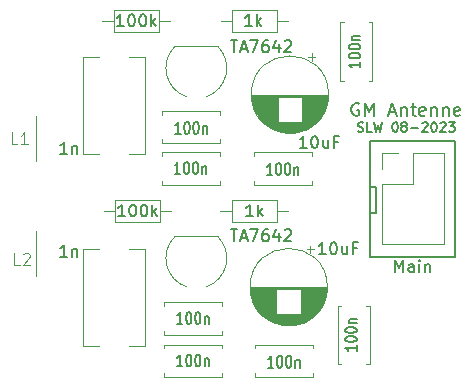
<source format=gbr>
%TF.GenerationSoftware,KiCad,Pcbnew,7.0.1*%
%TF.CreationDate,2023-08-20T15:53:23+02:00*%
%TF.ProjectId,GewitterMonitorAntenne,47657769-7474-4657-924d-6f6e69746f72,rev?*%
%TF.SameCoordinates,Original*%
%TF.FileFunction,Legend,Top*%
%TF.FilePolarity,Positive*%
%FSLAX46Y46*%
G04 Gerber Fmt 4.6, Leading zero omitted, Abs format (unit mm)*
G04 Created by KiCad (PCBNEW 7.0.1) date 2023-08-20 15:53:23*
%MOMM*%
%LPD*%
G01*
G04 APERTURE LIST*
%ADD10C,0.150000*%
%ADD11C,0.100000*%
%ADD12C,0.120000*%
G04 APERTURE END LIST*
D10*
X168752380Y-74064000D02*
X168866666Y-74102095D01*
X168866666Y-74102095D02*
X169057142Y-74102095D01*
X169057142Y-74102095D02*
X169133333Y-74064000D01*
X169133333Y-74064000D02*
X169171428Y-74025904D01*
X169171428Y-74025904D02*
X169209523Y-73949714D01*
X169209523Y-73949714D02*
X169209523Y-73873523D01*
X169209523Y-73873523D02*
X169171428Y-73797333D01*
X169171428Y-73797333D02*
X169133333Y-73759238D01*
X169133333Y-73759238D02*
X169057142Y-73721142D01*
X169057142Y-73721142D02*
X168904761Y-73683047D01*
X168904761Y-73683047D02*
X168828571Y-73644952D01*
X168828571Y-73644952D02*
X168790476Y-73606857D01*
X168790476Y-73606857D02*
X168752380Y-73530666D01*
X168752380Y-73530666D02*
X168752380Y-73454476D01*
X168752380Y-73454476D02*
X168790476Y-73378285D01*
X168790476Y-73378285D02*
X168828571Y-73340190D01*
X168828571Y-73340190D02*
X168904761Y-73302095D01*
X168904761Y-73302095D02*
X169095238Y-73302095D01*
X169095238Y-73302095D02*
X169209523Y-73340190D01*
X169933333Y-74102095D02*
X169552381Y-74102095D01*
X169552381Y-74102095D02*
X169552381Y-73302095D01*
X170123809Y-73302095D02*
X170314285Y-74102095D01*
X170314285Y-74102095D02*
X170466666Y-73530666D01*
X170466666Y-73530666D02*
X170619047Y-74102095D01*
X170619047Y-74102095D02*
X170809524Y-73302095D01*
X171876191Y-73302095D02*
X171952381Y-73302095D01*
X171952381Y-73302095D02*
X172028572Y-73340190D01*
X172028572Y-73340190D02*
X172066667Y-73378285D01*
X172066667Y-73378285D02*
X172104762Y-73454476D01*
X172104762Y-73454476D02*
X172142857Y-73606857D01*
X172142857Y-73606857D02*
X172142857Y-73797333D01*
X172142857Y-73797333D02*
X172104762Y-73949714D01*
X172104762Y-73949714D02*
X172066667Y-74025904D01*
X172066667Y-74025904D02*
X172028572Y-74064000D01*
X172028572Y-74064000D02*
X171952381Y-74102095D01*
X171952381Y-74102095D02*
X171876191Y-74102095D01*
X171876191Y-74102095D02*
X171800000Y-74064000D01*
X171800000Y-74064000D02*
X171761905Y-74025904D01*
X171761905Y-74025904D02*
X171723810Y-73949714D01*
X171723810Y-73949714D02*
X171685714Y-73797333D01*
X171685714Y-73797333D02*
X171685714Y-73606857D01*
X171685714Y-73606857D02*
X171723810Y-73454476D01*
X171723810Y-73454476D02*
X171761905Y-73378285D01*
X171761905Y-73378285D02*
X171800000Y-73340190D01*
X171800000Y-73340190D02*
X171876191Y-73302095D01*
X172600000Y-73644952D02*
X172523810Y-73606857D01*
X172523810Y-73606857D02*
X172485715Y-73568761D01*
X172485715Y-73568761D02*
X172447619Y-73492571D01*
X172447619Y-73492571D02*
X172447619Y-73454476D01*
X172447619Y-73454476D02*
X172485715Y-73378285D01*
X172485715Y-73378285D02*
X172523810Y-73340190D01*
X172523810Y-73340190D02*
X172600000Y-73302095D01*
X172600000Y-73302095D02*
X172752381Y-73302095D01*
X172752381Y-73302095D02*
X172828572Y-73340190D01*
X172828572Y-73340190D02*
X172866667Y-73378285D01*
X172866667Y-73378285D02*
X172904762Y-73454476D01*
X172904762Y-73454476D02*
X172904762Y-73492571D01*
X172904762Y-73492571D02*
X172866667Y-73568761D01*
X172866667Y-73568761D02*
X172828572Y-73606857D01*
X172828572Y-73606857D02*
X172752381Y-73644952D01*
X172752381Y-73644952D02*
X172600000Y-73644952D01*
X172600000Y-73644952D02*
X172523810Y-73683047D01*
X172523810Y-73683047D02*
X172485715Y-73721142D01*
X172485715Y-73721142D02*
X172447619Y-73797333D01*
X172447619Y-73797333D02*
X172447619Y-73949714D01*
X172447619Y-73949714D02*
X172485715Y-74025904D01*
X172485715Y-74025904D02*
X172523810Y-74064000D01*
X172523810Y-74064000D02*
X172600000Y-74102095D01*
X172600000Y-74102095D02*
X172752381Y-74102095D01*
X172752381Y-74102095D02*
X172828572Y-74064000D01*
X172828572Y-74064000D02*
X172866667Y-74025904D01*
X172866667Y-74025904D02*
X172904762Y-73949714D01*
X172904762Y-73949714D02*
X172904762Y-73797333D01*
X172904762Y-73797333D02*
X172866667Y-73721142D01*
X172866667Y-73721142D02*
X172828572Y-73683047D01*
X172828572Y-73683047D02*
X172752381Y-73644952D01*
X173247620Y-73797333D02*
X173857144Y-73797333D01*
X174200000Y-73378285D02*
X174238096Y-73340190D01*
X174238096Y-73340190D02*
X174314286Y-73302095D01*
X174314286Y-73302095D02*
X174504762Y-73302095D01*
X174504762Y-73302095D02*
X174580953Y-73340190D01*
X174580953Y-73340190D02*
X174619048Y-73378285D01*
X174619048Y-73378285D02*
X174657143Y-73454476D01*
X174657143Y-73454476D02*
X174657143Y-73530666D01*
X174657143Y-73530666D02*
X174619048Y-73644952D01*
X174619048Y-73644952D02*
X174161905Y-74102095D01*
X174161905Y-74102095D02*
X174657143Y-74102095D01*
X175152382Y-73302095D02*
X175228572Y-73302095D01*
X175228572Y-73302095D02*
X175304763Y-73340190D01*
X175304763Y-73340190D02*
X175342858Y-73378285D01*
X175342858Y-73378285D02*
X175380953Y-73454476D01*
X175380953Y-73454476D02*
X175419048Y-73606857D01*
X175419048Y-73606857D02*
X175419048Y-73797333D01*
X175419048Y-73797333D02*
X175380953Y-73949714D01*
X175380953Y-73949714D02*
X175342858Y-74025904D01*
X175342858Y-74025904D02*
X175304763Y-74064000D01*
X175304763Y-74064000D02*
X175228572Y-74102095D01*
X175228572Y-74102095D02*
X175152382Y-74102095D01*
X175152382Y-74102095D02*
X175076191Y-74064000D01*
X175076191Y-74064000D02*
X175038096Y-74025904D01*
X175038096Y-74025904D02*
X175000001Y-73949714D01*
X175000001Y-73949714D02*
X174961905Y-73797333D01*
X174961905Y-73797333D02*
X174961905Y-73606857D01*
X174961905Y-73606857D02*
X175000001Y-73454476D01*
X175000001Y-73454476D02*
X175038096Y-73378285D01*
X175038096Y-73378285D02*
X175076191Y-73340190D01*
X175076191Y-73340190D02*
X175152382Y-73302095D01*
X175723810Y-73378285D02*
X175761906Y-73340190D01*
X175761906Y-73340190D02*
X175838096Y-73302095D01*
X175838096Y-73302095D02*
X176028572Y-73302095D01*
X176028572Y-73302095D02*
X176104763Y-73340190D01*
X176104763Y-73340190D02*
X176142858Y-73378285D01*
X176142858Y-73378285D02*
X176180953Y-73454476D01*
X176180953Y-73454476D02*
X176180953Y-73530666D01*
X176180953Y-73530666D02*
X176142858Y-73644952D01*
X176142858Y-73644952D02*
X175685715Y-74102095D01*
X175685715Y-74102095D02*
X176180953Y-74102095D01*
X176447620Y-73302095D02*
X176942858Y-73302095D01*
X176942858Y-73302095D02*
X176676192Y-73606857D01*
X176676192Y-73606857D02*
X176790477Y-73606857D01*
X176790477Y-73606857D02*
X176866668Y-73644952D01*
X176866668Y-73644952D02*
X176904763Y-73683047D01*
X176904763Y-73683047D02*
X176942858Y-73759238D01*
X176942858Y-73759238D02*
X176942858Y-73949714D01*
X176942858Y-73949714D02*
X176904763Y-74025904D01*
X176904763Y-74025904D02*
X176866668Y-74064000D01*
X176866668Y-74064000D02*
X176790477Y-74102095D01*
X176790477Y-74102095D02*
X176561906Y-74102095D01*
X176561906Y-74102095D02*
X176485715Y-74064000D01*
X176485715Y-74064000D02*
X176447620Y-74025904D01*
X168838095Y-71717761D02*
X168733333Y-71665380D01*
X168733333Y-71665380D02*
X168576190Y-71665380D01*
X168576190Y-71665380D02*
X168419047Y-71717761D01*
X168419047Y-71717761D02*
X168314285Y-71822523D01*
X168314285Y-71822523D02*
X168261904Y-71927285D01*
X168261904Y-71927285D02*
X168209523Y-72136809D01*
X168209523Y-72136809D02*
X168209523Y-72293952D01*
X168209523Y-72293952D02*
X168261904Y-72503476D01*
X168261904Y-72503476D02*
X168314285Y-72608238D01*
X168314285Y-72608238D02*
X168419047Y-72713000D01*
X168419047Y-72713000D02*
X168576190Y-72765380D01*
X168576190Y-72765380D02*
X168680952Y-72765380D01*
X168680952Y-72765380D02*
X168838095Y-72713000D01*
X168838095Y-72713000D02*
X168890476Y-72660619D01*
X168890476Y-72660619D02*
X168890476Y-72293952D01*
X168890476Y-72293952D02*
X168680952Y-72293952D01*
X169361904Y-72765380D02*
X169361904Y-71665380D01*
X169361904Y-71665380D02*
X169728571Y-72451095D01*
X169728571Y-72451095D02*
X170095238Y-71665380D01*
X170095238Y-71665380D02*
X170095238Y-72765380D01*
X171404761Y-72451095D02*
X171928571Y-72451095D01*
X171299999Y-72765380D02*
X171666666Y-71665380D01*
X171666666Y-71665380D02*
X172033333Y-72765380D01*
X172399999Y-72032047D02*
X172399999Y-72765380D01*
X172399999Y-72136809D02*
X172452380Y-72084428D01*
X172452380Y-72084428D02*
X172557142Y-72032047D01*
X172557142Y-72032047D02*
X172714285Y-72032047D01*
X172714285Y-72032047D02*
X172819047Y-72084428D01*
X172819047Y-72084428D02*
X172871428Y-72189190D01*
X172871428Y-72189190D02*
X172871428Y-72765380D01*
X173238094Y-72032047D02*
X173657142Y-72032047D01*
X173395237Y-71665380D02*
X173395237Y-72608238D01*
X173395237Y-72608238D02*
X173447618Y-72713000D01*
X173447618Y-72713000D02*
X173552380Y-72765380D01*
X173552380Y-72765380D02*
X173657142Y-72765380D01*
X174442856Y-72713000D02*
X174338094Y-72765380D01*
X174338094Y-72765380D02*
X174128570Y-72765380D01*
X174128570Y-72765380D02*
X174023808Y-72713000D01*
X174023808Y-72713000D02*
X173971427Y-72608238D01*
X173971427Y-72608238D02*
X173971427Y-72189190D01*
X173971427Y-72189190D02*
X174023808Y-72084428D01*
X174023808Y-72084428D02*
X174128570Y-72032047D01*
X174128570Y-72032047D02*
X174338094Y-72032047D01*
X174338094Y-72032047D02*
X174442856Y-72084428D01*
X174442856Y-72084428D02*
X174495237Y-72189190D01*
X174495237Y-72189190D02*
X174495237Y-72293952D01*
X174495237Y-72293952D02*
X173971427Y-72398714D01*
X174966665Y-72032047D02*
X174966665Y-72765380D01*
X174966665Y-72136809D02*
X175019046Y-72084428D01*
X175019046Y-72084428D02*
X175123808Y-72032047D01*
X175123808Y-72032047D02*
X175280951Y-72032047D01*
X175280951Y-72032047D02*
X175385713Y-72084428D01*
X175385713Y-72084428D02*
X175438094Y-72189190D01*
X175438094Y-72189190D02*
X175438094Y-72765380D01*
X175961903Y-72032047D02*
X175961903Y-72765380D01*
X175961903Y-72136809D02*
X176014284Y-72084428D01*
X176014284Y-72084428D02*
X176119046Y-72032047D01*
X176119046Y-72032047D02*
X176276189Y-72032047D01*
X176276189Y-72032047D02*
X176380951Y-72084428D01*
X176380951Y-72084428D02*
X176433332Y-72189190D01*
X176433332Y-72189190D02*
X176433332Y-72765380D01*
X177376189Y-72713000D02*
X177271427Y-72765380D01*
X177271427Y-72765380D02*
X177061903Y-72765380D01*
X177061903Y-72765380D02*
X176957141Y-72713000D01*
X176957141Y-72713000D02*
X176904760Y-72608238D01*
X176904760Y-72608238D02*
X176904760Y-72189190D01*
X176904760Y-72189190D02*
X176957141Y-72084428D01*
X176957141Y-72084428D02*
X177061903Y-72032047D01*
X177061903Y-72032047D02*
X177271427Y-72032047D01*
X177271427Y-72032047D02*
X177376189Y-72084428D01*
X177376189Y-72084428D02*
X177428570Y-72189190D01*
X177428570Y-72189190D02*
X177428570Y-72293952D01*
X177428570Y-72293952D02*
X176904760Y-72398714D01*
X169800000Y-78800000D02*
X170300000Y-78800000D01*
X170300000Y-81000000D01*
X169800000Y-81000000D01*
X169800000Y-78800000D01*
X169800000Y-74900000D02*
X177000000Y-74900000D01*
X177000000Y-84700000D01*
X169800000Y-84700000D01*
X169800000Y-74900000D01*
D11*
%TO.C,L1*%
X139933333Y-75162619D02*
X139457143Y-75162619D01*
X139457143Y-75162619D02*
X139457143Y-74162619D01*
X140790476Y-75162619D02*
X140219048Y-75162619D01*
X140504762Y-75162619D02*
X140504762Y-74162619D01*
X140504762Y-74162619D02*
X140409524Y-74305476D01*
X140409524Y-74305476D02*
X140314286Y-74400714D01*
X140314286Y-74400714D02*
X140219048Y-74448333D01*
%TO.C,L2*%
X140133333Y-85362619D02*
X139657143Y-85362619D01*
X139657143Y-85362619D02*
X139657143Y-84362619D01*
X140419048Y-84457857D02*
X140466667Y-84410238D01*
X140466667Y-84410238D02*
X140561905Y-84362619D01*
X140561905Y-84362619D02*
X140800000Y-84362619D01*
X140800000Y-84362619D02*
X140895238Y-84410238D01*
X140895238Y-84410238D02*
X140942857Y-84457857D01*
X140942857Y-84457857D02*
X140990476Y-84553095D01*
X140990476Y-84553095D02*
X140990476Y-84648333D01*
X140990476Y-84648333D02*
X140942857Y-84791190D01*
X140942857Y-84791190D02*
X140371429Y-85362619D01*
X140371429Y-85362619D02*
X140990476Y-85362619D01*
D10*
%TO.C,C2*%
X164428571Y-75462619D02*
X163857143Y-75462619D01*
X164142857Y-75462619D02*
X164142857Y-74462619D01*
X164142857Y-74462619D02*
X164047619Y-74605476D01*
X164047619Y-74605476D02*
X163952381Y-74700714D01*
X163952381Y-74700714D02*
X163857143Y-74748333D01*
X165047619Y-74462619D02*
X165142857Y-74462619D01*
X165142857Y-74462619D02*
X165238095Y-74510238D01*
X165238095Y-74510238D02*
X165285714Y-74557857D01*
X165285714Y-74557857D02*
X165333333Y-74653095D01*
X165333333Y-74653095D02*
X165380952Y-74843571D01*
X165380952Y-74843571D02*
X165380952Y-75081666D01*
X165380952Y-75081666D02*
X165333333Y-75272142D01*
X165333333Y-75272142D02*
X165285714Y-75367380D01*
X165285714Y-75367380D02*
X165238095Y-75415000D01*
X165238095Y-75415000D02*
X165142857Y-75462619D01*
X165142857Y-75462619D02*
X165047619Y-75462619D01*
X165047619Y-75462619D02*
X164952381Y-75415000D01*
X164952381Y-75415000D02*
X164904762Y-75367380D01*
X164904762Y-75367380D02*
X164857143Y-75272142D01*
X164857143Y-75272142D02*
X164809524Y-75081666D01*
X164809524Y-75081666D02*
X164809524Y-74843571D01*
X164809524Y-74843571D02*
X164857143Y-74653095D01*
X164857143Y-74653095D02*
X164904762Y-74557857D01*
X164904762Y-74557857D02*
X164952381Y-74510238D01*
X164952381Y-74510238D02*
X165047619Y-74462619D01*
X166238095Y-74795952D02*
X166238095Y-75462619D01*
X165809524Y-74795952D02*
X165809524Y-75319761D01*
X165809524Y-75319761D02*
X165857143Y-75415000D01*
X165857143Y-75415000D02*
X165952381Y-75462619D01*
X165952381Y-75462619D02*
X166095238Y-75462619D01*
X166095238Y-75462619D02*
X166190476Y-75415000D01*
X166190476Y-75415000D02*
X166238095Y-75367380D01*
X167047619Y-74938809D02*
X166714286Y-74938809D01*
X166714286Y-75462619D02*
X166714286Y-74462619D01*
X166714286Y-74462619D02*
X167190476Y-74462619D01*
%TO.C,C11*%
X168662619Y-92195238D02*
X168662619Y-92652381D01*
X168662619Y-92423809D02*
X167662619Y-92423809D01*
X167662619Y-92423809D02*
X167805476Y-92500000D01*
X167805476Y-92500000D02*
X167900714Y-92576190D01*
X167900714Y-92576190D02*
X167948333Y-92652381D01*
X167662619Y-91699999D02*
X167662619Y-91623809D01*
X167662619Y-91623809D02*
X167710238Y-91547618D01*
X167710238Y-91547618D02*
X167757857Y-91509523D01*
X167757857Y-91509523D02*
X167853095Y-91471428D01*
X167853095Y-91471428D02*
X168043571Y-91433333D01*
X168043571Y-91433333D02*
X168281666Y-91433333D01*
X168281666Y-91433333D02*
X168472142Y-91471428D01*
X168472142Y-91471428D02*
X168567380Y-91509523D01*
X168567380Y-91509523D02*
X168615000Y-91547618D01*
X168615000Y-91547618D02*
X168662619Y-91623809D01*
X168662619Y-91623809D02*
X168662619Y-91699999D01*
X168662619Y-91699999D02*
X168615000Y-91776190D01*
X168615000Y-91776190D02*
X168567380Y-91814285D01*
X168567380Y-91814285D02*
X168472142Y-91852380D01*
X168472142Y-91852380D02*
X168281666Y-91890476D01*
X168281666Y-91890476D02*
X168043571Y-91890476D01*
X168043571Y-91890476D02*
X167853095Y-91852380D01*
X167853095Y-91852380D02*
X167757857Y-91814285D01*
X167757857Y-91814285D02*
X167710238Y-91776190D01*
X167710238Y-91776190D02*
X167662619Y-91699999D01*
X167662619Y-90938094D02*
X167662619Y-90861904D01*
X167662619Y-90861904D02*
X167710238Y-90785713D01*
X167710238Y-90785713D02*
X167757857Y-90747618D01*
X167757857Y-90747618D02*
X167853095Y-90709523D01*
X167853095Y-90709523D02*
X168043571Y-90671428D01*
X168043571Y-90671428D02*
X168281666Y-90671428D01*
X168281666Y-90671428D02*
X168472142Y-90709523D01*
X168472142Y-90709523D02*
X168567380Y-90747618D01*
X168567380Y-90747618D02*
X168615000Y-90785713D01*
X168615000Y-90785713D02*
X168662619Y-90861904D01*
X168662619Y-90861904D02*
X168662619Y-90938094D01*
X168662619Y-90938094D02*
X168615000Y-91014285D01*
X168615000Y-91014285D02*
X168567380Y-91052380D01*
X168567380Y-91052380D02*
X168472142Y-91090475D01*
X168472142Y-91090475D02*
X168281666Y-91128571D01*
X168281666Y-91128571D02*
X168043571Y-91128571D01*
X168043571Y-91128571D02*
X167853095Y-91090475D01*
X167853095Y-91090475D02*
X167757857Y-91052380D01*
X167757857Y-91052380D02*
X167710238Y-91014285D01*
X167710238Y-91014285D02*
X167662619Y-90938094D01*
X167995952Y-90328570D02*
X168662619Y-90328570D01*
X168091190Y-90328570D02*
X168043571Y-90290475D01*
X168043571Y-90290475D02*
X167995952Y-90214285D01*
X167995952Y-90214285D02*
X167995952Y-90099999D01*
X167995952Y-90099999D02*
X168043571Y-90023808D01*
X168043571Y-90023808D02*
X168138809Y-89985713D01*
X168138809Y-89985713D02*
X168662619Y-89985713D01*
%TO.C,C6*%
X153704761Y-77662619D02*
X153247618Y-77662619D01*
X153476190Y-77662619D02*
X153476190Y-76662619D01*
X153476190Y-76662619D02*
X153399999Y-76805476D01*
X153399999Y-76805476D02*
X153323809Y-76900714D01*
X153323809Y-76900714D02*
X153247618Y-76948333D01*
X154200000Y-76662619D02*
X154276190Y-76662619D01*
X154276190Y-76662619D02*
X154352381Y-76710238D01*
X154352381Y-76710238D02*
X154390476Y-76757857D01*
X154390476Y-76757857D02*
X154428571Y-76853095D01*
X154428571Y-76853095D02*
X154466666Y-77043571D01*
X154466666Y-77043571D02*
X154466666Y-77281666D01*
X154466666Y-77281666D02*
X154428571Y-77472142D01*
X154428571Y-77472142D02*
X154390476Y-77567380D01*
X154390476Y-77567380D02*
X154352381Y-77615000D01*
X154352381Y-77615000D02*
X154276190Y-77662619D01*
X154276190Y-77662619D02*
X154200000Y-77662619D01*
X154200000Y-77662619D02*
X154123809Y-77615000D01*
X154123809Y-77615000D02*
X154085714Y-77567380D01*
X154085714Y-77567380D02*
X154047619Y-77472142D01*
X154047619Y-77472142D02*
X154009523Y-77281666D01*
X154009523Y-77281666D02*
X154009523Y-77043571D01*
X154009523Y-77043571D02*
X154047619Y-76853095D01*
X154047619Y-76853095D02*
X154085714Y-76757857D01*
X154085714Y-76757857D02*
X154123809Y-76710238D01*
X154123809Y-76710238D02*
X154200000Y-76662619D01*
X154961905Y-76662619D02*
X155038095Y-76662619D01*
X155038095Y-76662619D02*
X155114286Y-76710238D01*
X155114286Y-76710238D02*
X155152381Y-76757857D01*
X155152381Y-76757857D02*
X155190476Y-76853095D01*
X155190476Y-76853095D02*
X155228571Y-77043571D01*
X155228571Y-77043571D02*
X155228571Y-77281666D01*
X155228571Y-77281666D02*
X155190476Y-77472142D01*
X155190476Y-77472142D02*
X155152381Y-77567380D01*
X155152381Y-77567380D02*
X155114286Y-77615000D01*
X155114286Y-77615000D02*
X155038095Y-77662619D01*
X155038095Y-77662619D02*
X154961905Y-77662619D01*
X154961905Y-77662619D02*
X154885714Y-77615000D01*
X154885714Y-77615000D02*
X154847619Y-77567380D01*
X154847619Y-77567380D02*
X154809524Y-77472142D01*
X154809524Y-77472142D02*
X154771428Y-77281666D01*
X154771428Y-77281666D02*
X154771428Y-77043571D01*
X154771428Y-77043571D02*
X154809524Y-76853095D01*
X154809524Y-76853095D02*
X154847619Y-76757857D01*
X154847619Y-76757857D02*
X154885714Y-76710238D01*
X154885714Y-76710238D02*
X154961905Y-76662619D01*
X155571429Y-76995952D02*
X155571429Y-77662619D01*
X155571429Y-77091190D02*
X155609524Y-77043571D01*
X155609524Y-77043571D02*
X155685714Y-76995952D01*
X155685714Y-76995952D02*
X155800000Y-76995952D01*
X155800000Y-76995952D02*
X155876191Y-77043571D01*
X155876191Y-77043571D02*
X155914286Y-77138809D01*
X155914286Y-77138809D02*
X155914286Y-77662619D01*
%TO.C,C1*%
X161504761Y-77762619D02*
X161047618Y-77762619D01*
X161276190Y-77762619D02*
X161276190Y-76762619D01*
X161276190Y-76762619D02*
X161199999Y-76905476D01*
X161199999Y-76905476D02*
X161123809Y-77000714D01*
X161123809Y-77000714D02*
X161047618Y-77048333D01*
X162000000Y-76762619D02*
X162076190Y-76762619D01*
X162076190Y-76762619D02*
X162152381Y-76810238D01*
X162152381Y-76810238D02*
X162190476Y-76857857D01*
X162190476Y-76857857D02*
X162228571Y-76953095D01*
X162228571Y-76953095D02*
X162266666Y-77143571D01*
X162266666Y-77143571D02*
X162266666Y-77381666D01*
X162266666Y-77381666D02*
X162228571Y-77572142D01*
X162228571Y-77572142D02*
X162190476Y-77667380D01*
X162190476Y-77667380D02*
X162152381Y-77715000D01*
X162152381Y-77715000D02*
X162076190Y-77762619D01*
X162076190Y-77762619D02*
X162000000Y-77762619D01*
X162000000Y-77762619D02*
X161923809Y-77715000D01*
X161923809Y-77715000D02*
X161885714Y-77667380D01*
X161885714Y-77667380D02*
X161847619Y-77572142D01*
X161847619Y-77572142D02*
X161809523Y-77381666D01*
X161809523Y-77381666D02*
X161809523Y-77143571D01*
X161809523Y-77143571D02*
X161847619Y-76953095D01*
X161847619Y-76953095D02*
X161885714Y-76857857D01*
X161885714Y-76857857D02*
X161923809Y-76810238D01*
X161923809Y-76810238D02*
X162000000Y-76762619D01*
X162761905Y-76762619D02*
X162838095Y-76762619D01*
X162838095Y-76762619D02*
X162914286Y-76810238D01*
X162914286Y-76810238D02*
X162952381Y-76857857D01*
X162952381Y-76857857D02*
X162990476Y-76953095D01*
X162990476Y-76953095D02*
X163028571Y-77143571D01*
X163028571Y-77143571D02*
X163028571Y-77381666D01*
X163028571Y-77381666D02*
X162990476Y-77572142D01*
X162990476Y-77572142D02*
X162952381Y-77667380D01*
X162952381Y-77667380D02*
X162914286Y-77715000D01*
X162914286Y-77715000D02*
X162838095Y-77762619D01*
X162838095Y-77762619D02*
X162761905Y-77762619D01*
X162761905Y-77762619D02*
X162685714Y-77715000D01*
X162685714Y-77715000D02*
X162647619Y-77667380D01*
X162647619Y-77667380D02*
X162609524Y-77572142D01*
X162609524Y-77572142D02*
X162571428Y-77381666D01*
X162571428Y-77381666D02*
X162571428Y-77143571D01*
X162571428Y-77143571D02*
X162609524Y-76953095D01*
X162609524Y-76953095D02*
X162647619Y-76857857D01*
X162647619Y-76857857D02*
X162685714Y-76810238D01*
X162685714Y-76810238D02*
X162761905Y-76762619D01*
X163371429Y-77095952D02*
X163371429Y-77762619D01*
X163371429Y-77191190D02*
X163409524Y-77143571D01*
X163409524Y-77143571D02*
X163485714Y-77095952D01*
X163485714Y-77095952D02*
X163600000Y-77095952D01*
X163600000Y-77095952D02*
X163676191Y-77143571D01*
X163676191Y-77143571D02*
X163714286Y-77238809D01*
X163714286Y-77238809D02*
X163714286Y-77762619D01*
%TO.C,U2*%
X157980952Y-82362619D02*
X158552380Y-82362619D01*
X158266666Y-83362619D02*
X158266666Y-82362619D01*
X158838095Y-83076904D02*
X159314285Y-83076904D01*
X158742857Y-83362619D02*
X159076190Y-82362619D01*
X159076190Y-82362619D02*
X159409523Y-83362619D01*
X159647619Y-82362619D02*
X160314285Y-82362619D01*
X160314285Y-82362619D02*
X159885714Y-83362619D01*
X161123809Y-82362619D02*
X160933333Y-82362619D01*
X160933333Y-82362619D02*
X160838095Y-82410238D01*
X160838095Y-82410238D02*
X160790476Y-82457857D01*
X160790476Y-82457857D02*
X160695238Y-82600714D01*
X160695238Y-82600714D02*
X160647619Y-82791190D01*
X160647619Y-82791190D02*
X160647619Y-83172142D01*
X160647619Y-83172142D02*
X160695238Y-83267380D01*
X160695238Y-83267380D02*
X160742857Y-83315000D01*
X160742857Y-83315000D02*
X160838095Y-83362619D01*
X160838095Y-83362619D02*
X161028571Y-83362619D01*
X161028571Y-83362619D02*
X161123809Y-83315000D01*
X161123809Y-83315000D02*
X161171428Y-83267380D01*
X161171428Y-83267380D02*
X161219047Y-83172142D01*
X161219047Y-83172142D02*
X161219047Y-82934047D01*
X161219047Y-82934047D02*
X161171428Y-82838809D01*
X161171428Y-82838809D02*
X161123809Y-82791190D01*
X161123809Y-82791190D02*
X161028571Y-82743571D01*
X161028571Y-82743571D02*
X160838095Y-82743571D01*
X160838095Y-82743571D02*
X160742857Y-82791190D01*
X160742857Y-82791190D02*
X160695238Y-82838809D01*
X160695238Y-82838809D02*
X160647619Y-82934047D01*
X162076190Y-82695952D02*
X162076190Y-83362619D01*
X161838095Y-82315000D02*
X161600000Y-83029285D01*
X161600000Y-83029285D02*
X162219047Y-83029285D01*
X162552381Y-82457857D02*
X162600000Y-82410238D01*
X162600000Y-82410238D02*
X162695238Y-82362619D01*
X162695238Y-82362619D02*
X162933333Y-82362619D01*
X162933333Y-82362619D02*
X163028571Y-82410238D01*
X163028571Y-82410238D02*
X163076190Y-82457857D01*
X163076190Y-82457857D02*
X163123809Y-82553095D01*
X163123809Y-82553095D02*
X163123809Y-82648333D01*
X163123809Y-82648333D02*
X163076190Y-82791190D01*
X163076190Y-82791190D02*
X162504762Y-83362619D01*
X162504762Y-83362619D02*
X163123809Y-83362619D01*
%TO.C,U1*%
X157980952Y-66362619D02*
X158552380Y-66362619D01*
X158266666Y-67362619D02*
X158266666Y-66362619D01*
X158838095Y-67076904D02*
X159314285Y-67076904D01*
X158742857Y-67362619D02*
X159076190Y-66362619D01*
X159076190Y-66362619D02*
X159409523Y-67362619D01*
X159647619Y-66362619D02*
X160314285Y-66362619D01*
X160314285Y-66362619D02*
X159885714Y-67362619D01*
X161123809Y-66362619D02*
X160933333Y-66362619D01*
X160933333Y-66362619D02*
X160838095Y-66410238D01*
X160838095Y-66410238D02*
X160790476Y-66457857D01*
X160790476Y-66457857D02*
X160695238Y-66600714D01*
X160695238Y-66600714D02*
X160647619Y-66791190D01*
X160647619Y-66791190D02*
X160647619Y-67172142D01*
X160647619Y-67172142D02*
X160695238Y-67267380D01*
X160695238Y-67267380D02*
X160742857Y-67315000D01*
X160742857Y-67315000D02*
X160838095Y-67362619D01*
X160838095Y-67362619D02*
X161028571Y-67362619D01*
X161028571Y-67362619D02*
X161123809Y-67315000D01*
X161123809Y-67315000D02*
X161171428Y-67267380D01*
X161171428Y-67267380D02*
X161219047Y-67172142D01*
X161219047Y-67172142D02*
X161219047Y-66934047D01*
X161219047Y-66934047D02*
X161171428Y-66838809D01*
X161171428Y-66838809D02*
X161123809Y-66791190D01*
X161123809Y-66791190D02*
X161028571Y-66743571D01*
X161028571Y-66743571D02*
X160838095Y-66743571D01*
X160838095Y-66743571D02*
X160742857Y-66791190D01*
X160742857Y-66791190D02*
X160695238Y-66838809D01*
X160695238Y-66838809D02*
X160647619Y-66934047D01*
X162076190Y-66695952D02*
X162076190Y-67362619D01*
X161838095Y-66315000D02*
X161600000Y-67029285D01*
X161600000Y-67029285D02*
X162219047Y-67029285D01*
X162552381Y-66457857D02*
X162600000Y-66410238D01*
X162600000Y-66410238D02*
X162695238Y-66362619D01*
X162695238Y-66362619D02*
X162933333Y-66362619D01*
X162933333Y-66362619D02*
X163028571Y-66410238D01*
X163028571Y-66410238D02*
X163076190Y-66457857D01*
X163076190Y-66457857D02*
X163123809Y-66553095D01*
X163123809Y-66553095D02*
X163123809Y-66648333D01*
X163123809Y-66648333D02*
X163076190Y-66791190D01*
X163076190Y-66791190D02*
X162504762Y-67362619D01*
X162504762Y-67362619D02*
X163123809Y-67362619D01*
%TO.C,R4*%
X159870952Y-81262619D02*
X159299524Y-81262619D01*
X159585238Y-81262619D02*
X159585238Y-80262619D01*
X159585238Y-80262619D02*
X159490000Y-80405476D01*
X159490000Y-80405476D02*
X159394762Y-80500714D01*
X159394762Y-80500714D02*
X159299524Y-80548333D01*
X160299524Y-81262619D02*
X160299524Y-80262619D01*
X160394762Y-80881666D02*
X160680476Y-81262619D01*
X160680476Y-80595952D02*
X160299524Y-80976904D01*
%TO.C,R3*%
X149028571Y-81262619D02*
X148457143Y-81262619D01*
X148742857Y-81262619D02*
X148742857Y-80262619D01*
X148742857Y-80262619D02*
X148647619Y-80405476D01*
X148647619Y-80405476D02*
X148552381Y-80500714D01*
X148552381Y-80500714D02*
X148457143Y-80548333D01*
X149647619Y-80262619D02*
X149742857Y-80262619D01*
X149742857Y-80262619D02*
X149838095Y-80310238D01*
X149838095Y-80310238D02*
X149885714Y-80357857D01*
X149885714Y-80357857D02*
X149933333Y-80453095D01*
X149933333Y-80453095D02*
X149980952Y-80643571D01*
X149980952Y-80643571D02*
X149980952Y-80881666D01*
X149980952Y-80881666D02*
X149933333Y-81072142D01*
X149933333Y-81072142D02*
X149885714Y-81167380D01*
X149885714Y-81167380D02*
X149838095Y-81215000D01*
X149838095Y-81215000D02*
X149742857Y-81262619D01*
X149742857Y-81262619D02*
X149647619Y-81262619D01*
X149647619Y-81262619D02*
X149552381Y-81215000D01*
X149552381Y-81215000D02*
X149504762Y-81167380D01*
X149504762Y-81167380D02*
X149457143Y-81072142D01*
X149457143Y-81072142D02*
X149409524Y-80881666D01*
X149409524Y-80881666D02*
X149409524Y-80643571D01*
X149409524Y-80643571D02*
X149457143Y-80453095D01*
X149457143Y-80453095D02*
X149504762Y-80357857D01*
X149504762Y-80357857D02*
X149552381Y-80310238D01*
X149552381Y-80310238D02*
X149647619Y-80262619D01*
X150600000Y-80262619D02*
X150695238Y-80262619D01*
X150695238Y-80262619D02*
X150790476Y-80310238D01*
X150790476Y-80310238D02*
X150838095Y-80357857D01*
X150838095Y-80357857D02*
X150885714Y-80453095D01*
X150885714Y-80453095D02*
X150933333Y-80643571D01*
X150933333Y-80643571D02*
X150933333Y-80881666D01*
X150933333Y-80881666D02*
X150885714Y-81072142D01*
X150885714Y-81072142D02*
X150838095Y-81167380D01*
X150838095Y-81167380D02*
X150790476Y-81215000D01*
X150790476Y-81215000D02*
X150695238Y-81262619D01*
X150695238Y-81262619D02*
X150600000Y-81262619D01*
X150600000Y-81262619D02*
X150504762Y-81215000D01*
X150504762Y-81215000D02*
X150457143Y-81167380D01*
X150457143Y-81167380D02*
X150409524Y-81072142D01*
X150409524Y-81072142D02*
X150361905Y-80881666D01*
X150361905Y-80881666D02*
X150361905Y-80643571D01*
X150361905Y-80643571D02*
X150409524Y-80453095D01*
X150409524Y-80453095D02*
X150457143Y-80357857D01*
X150457143Y-80357857D02*
X150504762Y-80310238D01*
X150504762Y-80310238D02*
X150600000Y-80262619D01*
X151361905Y-81262619D02*
X151361905Y-80262619D01*
X151457143Y-80881666D02*
X151742857Y-81262619D01*
X151742857Y-80595952D02*
X151361905Y-80976904D01*
%TO.C,R2*%
X148928571Y-65162619D02*
X148357143Y-65162619D01*
X148642857Y-65162619D02*
X148642857Y-64162619D01*
X148642857Y-64162619D02*
X148547619Y-64305476D01*
X148547619Y-64305476D02*
X148452381Y-64400714D01*
X148452381Y-64400714D02*
X148357143Y-64448333D01*
X149547619Y-64162619D02*
X149642857Y-64162619D01*
X149642857Y-64162619D02*
X149738095Y-64210238D01*
X149738095Y-64210238D02*
X149785714Y-64257857D01*
X149785714Y-64257857D02*
X149833333Y-64353095D01*
X149833333Y-64353095D02*
X149880952Y-64543571D01*
X149880952Y-64543571D02*
X149880952Y-64781666D01*
X149880952Y-64781666D02*
X149833333Y-64972142D01*
X149833333Y-64972142D02*
X149785714Y-65067380D01*
X149785714Y-65067380D02*
X149738095Y-65115000D01*
X149738095Y-65115000D02*
X149642857Y-65162619D01*
X149642857Y-65162619D02*
X149547619Y-65162619D01*
X149547619Y-65162619D02*
X149452381Y-65115000D01*
X149452381Y-65115000D02*
X149404762Y-65067380D01*
X149404762Y-65067380D02*
X149357143Y-64972142D01*
X149357143Y-64972142D02*
X149309524Y-64781666D01*
X149309524Y-64781666D02*
X149309524Y-64543571D01*
X149309524Y-64543571D02*
X149357143Y-64353095D01*
X149357143Y-64353095D02*
X149404762Y-64257857D01*
X149404762Y-64257857D02*
X149452381Y-64210238D01*
X149452381Y-64210238D02*
X149547619Y-64162619D01*
X150500000Y-64162619D02*
X150595238Y-64162619D01*
X150595238Y-64162619D02*
X150690476Y-64210238D01*
X150690476Y-64210238D02*
X150738095Y-64257857D01*
X150738095Y-64257857D02*
X150785714Y-64353095D01*
X150785714Y-64353095D02*
X150833333Y-64543571D01*
X150833333Y-64543571D02*
X150833333Y-64781666D01*
X150833333Y-64781666D02*
X150785714Y-64972142D01*
X150785714Y-64972142D02*
X150738095Y-65067380D01*
X150738095Y-65067380D02*
X150690476Y-65115000D01*
X150690476Y-65115000D02*
X150595238Y-65162619D01*
X150595238Y-65162619D02*
X150500000Y-65162619D01*
X150500000Y-65162619D02*
X150404762Y-65115000D01*
X150404762Y-65115000D02*
X150357143Y-65067380D01*
X150357143Y-65067380D02*
X150309524Y-64972142D01*
X150309524Y-64972142D02*
X150261905Y-64781666D01*
X150261905Y-64781666D02*
X150261905Y-64543571D01*
X150261905Y-64543571D02*
X150309524Y-64353095D01*
X150309524Y-64353095D02*
X150357143Y-64257857D01*
X150357143Y-64257857D02*
X150404762Y-64210238D01*
X150404762Y-64210238D02*
X150500000Y-64162619D01*
X151261905Y-65162619D02*
X151261905Y-64162619D01*
X151357143Y-64781666D02*
X151642857Y-65162619D01*
X151642857Y-64495952D02*
X151261905Y-64876904D01*
%TO.C,R1*%
X159780952Y-65162619D02*
X159209524Y-65162619D01*
X159495238Y-65162619D02*
X159495238Y-64162619D01*
X159495238Y-64162619D02*
X159400000Y-64305476D01*
X159400000Y-64305476D02*
X159304762Y-64400714D01*
X159304762Y-64400714D02*
X159209524Y-64448333D01*
X160209524Y-65162619D02*
X160209524Y-64162619D01*
X160304762Y-64781666D02*
X160590476Y-65162619D01*
X160590476Y-64495952D02*
X160209524Y-64876904D01*
%TO.C,J1*%
X171923810Y-85962619D02*
X171923810Y-84962619D01*
X171923810Y-84962619D02*
X172257143Y-85676904D01*
X172257143Y-85676904D02*
X172590476Y-84962619D01*
X172590476Y-84962619D02*
X172590476Y-85962619D01*
X173495238Y-85962619D02*
X173495238Y-85438809D01*
X173495238Y-85438809D02*
X173447619Y-85343571D01*
X173447619Y-85343571D02*
X173352381Y-85295952D01*
X173352381Y-85295952D02*
X173161905Y-85295952D01*
X173161905Y-85295952D02*
X173066667Y-85343571D01*
X173495238Y-85915000D02*
X173400000Y-85962619D01*
X173400000Y-85962619D02*
X173161905Y-85962619D01*
X173161905Y-85962619D02*
X173066667Y-85915000D01*
X173066667Y-85915000D02*
X173019048Y-85819761D01*
X173019048Y-85819761D02*
X173019048Y-85724523D01*
X173019048Y-85724523D02*
X173066667Y-85629285D01*
X173066667Y-85629285D02*
X173161905Y-85581666D01*
X173161905Y-85581666D02*
X173400000Y-85581666D01*
X173400000Y-85581666D02*
X173495238Y-85534047D01*
X173971429Y-85962619D02*
X173971429Y-85295952D01*
X173971429Y-84962619D02*
X173923810Y-85010238D01*
X173923810Y-85010238D02*
X173971429Y-85057857D01*
X173971429Y-85057857D02*
X174019048Y-85010238D01*
X174019048Y-85010238D02*
X173971429Y-84962619D01*
X173971429Y-84962619D02*
X173971429Y-85057857D01*
X174447619Y-85295952D02*
X174447619Y-85962619D01*
X174447619Y-85391190D02*
X174495238Y-85343571D01*
X174495238Y-85343571D02*
X174590476Y-85295952D01*
X174590476Y-85295952D02*
X174733333Y-85295952D01*
X174733333Y-85295952D02*
X174828571Y-85343571D01*
X174828571Y-85343571D02*
X174876190Y-85438809D01*
X174876190Y-85438809D02*
X174876190Y-85962619D01*
%TO.C,C12*%
X166028571Y-84462619D02*
X165457143Y-84462619D01*
X165742857Y-84462619D02*
X165742857Y-83462619D01*
X165742857Y-83462619D02*
X165647619Y-83605476D01*
X165647619Y-83605476D02*
X165552381Y-83700714D01*
X165552381Y-83700714D02*
X165457143Y-83748333D01*
X166647619Y-83462619D02*
X166742857Y-83462619D01*
X166742857Y-83462619D02*
X166838095Y-83510238D01*
X166838095Y-83510238D02*
X166885714Y-83557857D01*
X166885714Y-83557857D02*
X166933333Y-83653095D01*
X166933333Y-83653095D02*
X166980952Y-83843571D01*
X166980952Y-83843571D02*
X166980952Y-84081666D01*
X166980952Y-84081666D02*
X166933333Y-84272142D01*
X166933333Y-84272142D02*
X166885714Y-84367380D01*
X166885714Y-84367380D02*
X166838095Y-84415000D01*
X166838095Y-84415000D02*
X166742857Y-84462619D01*
X166742857Y-84462619D02*
X166647619Y-84462619D01*
X166647619Y-84462619D02*
X166552381Y-84415000D01*
X166552381Y-84415000D02*
X166504762Y-84367380D01*
X166504762Y-84367380D02*
X166457143Y-84272142D01*
X166457143Y-84272142D02*
X166409524Y-84081666D01*
X166409524Y-84081666D02*
X166409524Y-83843571D01*
X166409524Y-83843571D02*
X166457143Y-83653095D01*
X166457143Y-83653095D02*
X166504762Y-83557857D01*
X166504762Y-83557857D02*
X166552381Y-83510238D01*
X166552381Y-83510238D02*
X166647619Y-83462619D01*
X167838095Y-83795952D02*
X167838095Y-84462619D01*
X167409524Y-83795952D02*
X167409524Y-84319761D01*
X167409524Y-84319761D02*
X167457143Y-84415000D01*
X167457143Y-84415000D02*
X167552381Y-84462619D01*
X167552381Y-84462619D02*
X167695238Y-84462619D01*
X167695238Y-84462619D02*
X167790476Y-84415000D01*
X167790476Y-84415000D02*
X167838095Y-84367380D01*
X168647619Y-83938809D02*
X168314286Y-83938809D01*
X168314286Y-84462619D02*
X168314286Y-83462619D01*
X168314286Y-83462619D02*
X168790476Y-83462619D01*
%TO.C,C10*%
X161604761Y-94062619D02*
X161147618Y-94062619D01*
X161376190Y-94062619D02*
X161376190Y-93062619D01*
X161376190Y-93062619D02*
X161299999Y-93205476D01*
X161299999Y-93205476D02*
X161223809Y-93300714D01*
X161223809Y-93300714D02*
X161147618Y-93348333D01*
X162100000Y-93062619D02*
X162176190Y-93062619D01*
X162176190Y-93062619D02*
X162252381Y-93110238D01*
X162252381Y-93110238D02*
X162290476Y-93157857D01*
X162290476Y-93157857D02*
X162328571Y-93253095D01*
X162328571Y-93253095D02*
X162366666Y-93443571D01*
X162366666Y-93443571D02*
X162366666Y-93681666D01*
X162366666Y-93681666D02*
X162328571Y-93872142D01*
X162328571Y-93872142D02*
X162290476Y-93967380D01*
X162290476Y-93967380D02*
X162252381Y-94015000D01*
X162252381Y-94015000D02*
X162176190Y-94062619D01*
X162176190Y-94062619D02*
X162100000Y-94062619D01*
X162100000Y-94062619D02*
X162023809Y-94015000D01*
X162023809Y-94015000D02*
X161985714Y-93967380D01*
X161985714Y-93967380D02*
X161947619Y-93872142D01*
X161947619Y-93872142D02*
X161909523Y-93681666D01*
X161909523Y-93681666D02*
X161909523Y-93443571D01*
X161909523Y-93443571D02*
X161947619Y-93253095D01*
X161947619Y-93253095D02*
X161985714Y-93157857D01*
X161985714Y-93157857D02*
X162023809Y-93110238D01*
X162023809Y-93110238D02*
X162100000Y-93062619D01*
X162861905Y-93062619D02*
X162938095Y-93062619D01*
X162938095Y-93062619D02*
X163014286Y-93110238D01*
X163014286Y-93110238D02*
X163052381Y-93157857D01*
X163052381Y-93157857D02*
X163090476Y-93253095D01*
X163090476Y-93253095D02*
X163128571Y-93443571D01*
X163128571Y-93443571D02*
X163128571Y-93681666D01*
X163128571Y-93681666D02*
X163090476Y-93872142D01*
X163090476Y-93872142D02*
X163052381Y-93967380D01*
X163052381Y-93967380D02*
X163014286Y-94015000D01*
X163014286Y-94015000D02*
X162938095Y-94062619D01*
X162938095Y-94062619D02*
X162861905Y-94062619D01*
X162861905Y-94062619D02*
X162785714Y-94015000D01*
X162785714Y-94015000D02*
X162747619Y-93967380D01*
X162747619Y-93967380D02*
X162709524Y-93872142D01*
X162709524Y-93872142D02*
X162671428Y-93681666D01*
X162671428Y-93681666D02*
X162671428Y-93443571D01*
X162671428Y-93443571D02*
X162709524Y-93253095D01*
X162709524Y-93253095D02*
X162747619Y-93157857D01*
X162747619Y-93157857D02*
X162785714Y-93110238D01*
X162785714Y-93110238D02*
X162861905Y-93062619D01*
X163471429Y-93395952D02*
X163471429Y-94062619D01*
X163471429Y-93491190D02*
X163509524Y-93443571D01*
X163509524Y-93443571D02*
X163585714Y-93395952D01*
X163585714Y-93395952D02*
X163700000Y-93395952D01*
X163700000Y-93395952D02*
X163776191Y-93443571D01*
X163776191Y-93443571D02*
X163814286Y-93538809D01*
X163814286Y-93538809D02*
X163814286Y-94062619D01*
%TO.C,C9*%
X153904761Y-90362619D02*
X153447618Y-90362619D01*
X153676190Y-90362619D02*
X153676190Y-89362619D01*
X153676190Y-89362619D02*
X153599999Y-89505476D01*
X153599999Y-89505476D02*
X153523809Y-89600714D01*
X153523809Y-89600714D02*
X153447618Y-89648333D01*
X154400000Y-89362619D02*
X154476190Y-89362619D01*
X154476190Y-89362619D02*
X154552381Y-89410238D01*
X154552381Y-89410238D02*
X154590476Y-89457857D01*
X154590476Y-89457857D02*
X154628571Y-89553095D01*
X154628571Y-89553095D02*
X154666666Y-89743571D01*
X154666666Y-89743571D02*
X154666666Y-89981666D01*
X154666666Y-89981666D02*
X154628571Y-90172142D01*
X154628571Y-90172142D02*
X154590476Y-90267380D01*
X154590476Y-90267380D02*
X154552381Y-90315000D01*
X154552381Y-90315000D02*
X154476190Y-90362619D01*
X154476190Y-90362619D02*
X154400000Y-90362619D01*
X154400000Y-90362619D02*
X154323809Y-90315000D01*
X154323809Y-90315000D02*
X154285714Y-90267380D01*
X154285714Y-90267380D02*
X154247619Y-90172142D01*
X154247619Y-90172142D02*
X154209523Y-89981666D01*
X154209523Y-89981666D02*
X154209523Y-89743571D01*
X154209523Y-89743571D02*
X154247619Y-89553095D01*
X154247619Y-89553095D02*
X154285714Y-89457857D01*
X154285714Y-89457857D02*
X154323809Y-89410238D01*
X154323809Y-89410238D02*
X154400000Y-89362619D01*
X155161905Y-89362619D02*
X155238095Y-89362619D01*
X155238095Y-89362619D02*
X155314286Y-89410238D01*
X155314286Y-89410238D02*
X155352381Y-89457857D01*
X155352381Y-89457857D02*
X155390476Y-89553095D01*
X155390476Y-89553095D02*
X155428571Y-89743571D01*
X155428571Y-89743571D02*
X155428571Y-89981666D01*
X155428571Y-89981666D02*
X155390476Y-90172142D01*
X155390476Y-90172142D02*
X155352381Y-90267380D01*
X155352381Y-90267380D02*
X155314286Y-90315000D01*
X155314286Y-90315000D02*
X155238095Y-90362619D01*
X155238095Y-90362619D02*
X155161905Y-90362619D01*
X155161905Y-90362619D02*
X155085714Y-90315000D01*
X155085714Y-90315000D02*
X155047619Y-90267380D01*
X155047619Y-90267380D02*
X155009524Y-90172142D01*
X155009524Y-90172142D02*
X154971428Y-89981666D01*
X154971428Y-89981666D02*
X154971428Y-89743571D01*
X154971428Y-89743571D02*
X155009524Y-89553095D01*
X155009524Y-89553095D02*
X155047619Y-89457857D01*
X155047619Y-89457857D02*
X155085714Y-89410238D01*
X155085714Y-89410238D02*
X155161905Y-89362619D01*
X155771429Y-89695952D02*
X155771429Y-90362619D01*
X155771429Y-89791190D02*
X155809524Y-89743571D01*
X155809524Y-89743571D02*
X155885714Y-89695952D01*
X155885714Y-89695952D02*
X156000000Y-89695952D01*
X156000000Y-89695952D02*
X156076191Y-89743571D01*
X156076191Y-89743571D02*
X156114286Y-89838809D01*
X156114286Y-89838809D02*
X156114286Y-90362619D01*
%TO.C,C8*%
X153904761Y-93962619D02*
X153447618Y-93962619D01*
X153676190Y-93962619D02*
X153676190Y-92962619D01*
X153676190Y-92962619D02*
X153599999Y-93105476D01*
X153599999Y-93105476D02*
X153523809Y-93200714D01*
X153523809Y-93200714D02*
X153447618Y-93248333D01*
X154400000Y-92962619D02*
X154476190Y-92962619D01*
X154476190Y-92962619D02*
X154552381Y-93010238D01*
X154552381Y-93010238D02*
X154590476Y-93057857D01*
X154590476Y-93057857D02*
X154628571Y-93153095D01*
X154628571Y-93153095D02*
X154666666Y-93343571D01*
X154666666Y-93343571D02*
X154666666Y-93581666D01*
X154666666Y-93581666D02*
X154628571Y-93772142D01*
X154628571Y-93772142D02*
X154590476Y-93867380D01*
X154590476Y-93867380D02*
X154552381Y-93915000D01*
X154552381Y-93915000D02*
X154476190Y-93962619D01*
X154476190Y-93962619D02*
X154400000Y-93962619D01*
X154400000Y-93962619D02*
X154323809Y-93915000D01*
X154323809Y-93915000D02*
X154285714Y-93867380D01*
X154285714Y-93867380D02*
X154247619Y-93772142D01*
X154247619Y-93772142D02*
X154209523Y-93581666D01*
X154209523Y-93581666D02*
X154209523Y-93343571D01*
X154209523Y-93343571D02*
X154247619Y-93153095D01*
X154247619Y-93153095D02*
X154285714Y-93057857D01*
X154285714Y-93057857D02*
X154323809Y-93010238D01*
X154323809Y-93010238D02*
X154400000Y-92962619D01*
X155161905Y-92962619D02*
X155238095Y-92962619D01*
X155238095Y-92962619D02*
X155314286Y-93010238D01*
X155314286Y-93010238D02*
X155352381Y-93057857D01*
X155352381Y-93057857D02*
X155390476Y-93153095D01*
X155390476Y-93153095D02*
X155428571Y-93343571D01*
X155428571Y-93343571D02*
X155428571Y-93581666D01*
X155428571Y-93581666D02*
X155390476Y-93772142D01*
X155390476Y-93772142D02*
X155352381Y-93867380D01*
X155352381Y-93867380D02*
X155314286Y-93915000D01*
X155314286Y-93915000D02*
X155238095Y-93962619D01*
X155238095Y-93962619D02*
X155161905Y-93962619D01*
X155161905Y-93962619D02*
X155085714Y-93915000D01*
X155085714Y-93915000D02*
X155047619Y-93867380D01*
X155047619Y-93867380D02*
X155009524Y-93772142D01*
X155009524Y-93772142D02*
X154971428Y-93581666D01*
X154971428Y-93581666D02*
X154971428Y-93343571D01*
X154971428Y-93343571D02*
X155009524Y-93153095D01*
X155009524Y-93153095D02*
X155047619Y-93057857D01*
X155047619Y-93057857D02*
X155085714Y-93010238D01*
X155085714Y-93010238D02*
X155161905Y-92962619D01*
X155771429Y-93295952D02*
X155771429Y-93962619D01*
X155771429Y-93391190D02*
X155809524Y-93343571D01*
X155809524Y-93343571D02*
X155885714Y-93295952D01*
X155885714Y-93295952D02*
X156000000Y-93295952D01*
X156000000Y-93295952D02*
X156076191Y-93343571D01*
X156076191Y-93343571D02*
X156114286Y-93438809D01*
X156114286Y-93438809D02*
X156114286Y-93962619D01*
%TO.C,C7*%
X144133333Y-84662619D02*
X143561905Y-84662619D01*
X143847619Y-84662619D02*
X143847619Y-83662619D01*
X143847619Y-83662619D02*
X143752381Y-83805476D01*
X143752381Y-83805476D02*
X143657143Y-83900714D01*
X143657143Y-83900714D02*
X143561905Y-83948333D01*
X144561905Y-83995952D02*
X144561905Y-84662619D01*
X144561905Y-84091190D02*
X144609524Y-84043571D01*
X144609524Y-84043571D02*
X144704762Y-83995952D01*
X144704762Y-83995952D02*
X144847619Y-83995952D01*
X144847619Y-83995952D02*
X144942857Y-84043571D01*
X144942857Y-84043571D02*
X144990476Y-84138809D01*
X144990476Y-84138809D02*
X144990476Y-84662619D01*
%TO.C,C5*%
X144133333Y-75962619D02*
X143561905Y-75962619D01*
X143847619Y-75962619D02*
X143847619Y-74962619D01*
X143847619Y-74962619D02*
X143752381Y-75105476D01*
X143752381Y-75105476D02*
X143657143Y-75200714D01*
X143657143Y-75200714D02*
X143561905Y-75248333D01*
X144561905Y-75295952D02*
X144561905Y-75962619D01*
X144561905Y-75391190D02*
X144609524Y-75343571D01*
X144609524Y-75343571D02*
X144704762Y-75295952D01*
X144704762Y-75295952D02*
X144847619Y-75295952D01*
X144847619Y-75295952D02*
X144942857Y-75343571D01*
X144942857Y-75343571D02*
X144990476Y-75438809D01*
X144990476Y-75438809D02*
X144990476Y-75962619D01*
%TO.C,C4*%
X153744761Y-74262619D02*
X153287618Y-74262619D01*
X153516190Y-74262619D02*
X153516190Y-73262619D01*
X153516190Y-73262619D02*
X153439999Y-73405476D01*
X153439999Y-73405476D02*
X153363809Y-73500714D01*
X153363809Y-73500714D02*
X153287618Y-73548333D01*
X154240000Y-73262619D02*
X154316190Y-73262619D01*
X154316190Y-73262619D02*
X154392381Y-73310238D01*
X154392381Y-73310238D02*
X154430476Y-73357857D01*
X154430476Y-73357857D02*
X154468571Y-73453095D01*
X154468571Y-73453095D02*
X154506666Y-73643571D01*
X154506666Y-73643571D02*
X154506666Y-73881666D01*
X154506666Y-73881666D02*
X154468571Y-74072142D01*
X154468571Y-74072142D02*
X154430476Y-74167380D01*
X154430476Y-74167380D02*
X154392381Y-74215000D01*
X154392381Y-74215000D02*
X154316190Y-74262619D01*
X154316190Y-74262619D02*
X154240000Y-74262619D01*
X154240000Y-74262619D02*
X154163809Y-74215000D01*
X154163809Y-74215000D02*
X154125714Y-74167380D01*
X154125714Y-74167380D02*
X154087619Y-74072142D01*
X154087619Y-74072142D02*
X154049523Y-73881666D01*
X154049523Y-73881666D02*
X154049523Y-73643571D01*
X154049523Y-73643571D02*
X154087619Y-73453095D01*
X154087619Y-73453095D02*
X154125714Y-73357857D01*
X154125714Y-73357857D02*
X154163809Y-73310238D01*
X154163809Y-73310238D02*
X154240000Y-73262619D01*
X155001905Y-73262619D02*
X155078095Y-73262619D01*
X155078095Y-73262619D02*
X155154286Y-73310238D01*
X155154286Y-73310238D02*
X155192381Y-73357857D01*
X155192381Y-73357857D02*
X155230476Y-73453095D01*
X155230476Y-73453095D02*
X155268571Y-73643571D01*
X155268571Y-73643571D02*
X155268571Y-73881666D01*
X155268571Y-73881666D02*
X155230476Y-74072142D01*
X155230476Y-74072142D02*
X155192381Y-74167380D01*
X155192381Y-74167380D02*
X155154286Y-74215000D01*
X155154286Y-74215000D02*
X155078095Y-74262619D01*
X155078095Y-74262619D02*
X155001905Y-74262619D01*
X155001905Y-74262619D02*
X154925714Y-74215000D01*
X154925714Y-74215000D02*
X154887619Y-74167380D01*
X154887619Y-74167380D02*
X154849524Y-74072142D01*
X154849524Y-74072142D02*
X154811428Y-73881666D01*
X154811428Y-73881666D02*
X154811428Y-73643571D01*
X154811428Y-73643571D02*
X154849524Y-73453095D01*
X154849524Y-73453095D02*
X154887619Y-73357857D01*
X154887619Y-73357857D02*
X154925714Y-73310238D01*
X154925714Y-73310238D02*
X155001905Y-73262619D01*
X155611429Y-73595952D02*
X155611429Y-74262619D01*
X155611429Y-73691190D02*
X155649524Y-73643571D01*
X155649524Y-73643571D02*
X155725714Y-73595952D01*
X155725714Y-73595952D02*
X155840000Y-73595952D01*
X155840000Y-73595952D02*
X155916191Y-73643571D01*
X155916191Y-73643571D02*
X155954286Y-73738809D01*
X155954286Y-73738809D02*
X155954286Y-74262619D01*
%TO.C,C3*%
X168962619Y-68195238D02*
X168962619Y-68652381D01*
X168962619Y-68423809D02*
X167962619Y-68423809D01*
X167962619Y-68423809D02*
X168105476Y-68500000D01*
X168105476Y-68500000D02*
X168200714Y-68576190D01*
X168200714Y-68576190D02*
X168248333Y-68652381D01*
X167962619Y-67699999D02*
X167962619Y-67623809D01*
X167962619Y-67623809D02*
X168010238Y-67547618D01*
X168010238Y-67547618D02*
X168057857Y-67509523D01*
X168057857Y-67509523D02*
X168153095Y-67471428D01*
X168153095Y-67471428D02*
X168343571Y-67433333D01*
X168343571Y-67433333D02*
X168581666Y-67433333D01*
X168581666Y-67433333D02*
X168772142Y-67471428D01*
X168772142Y-67471428D02*
X168867380Y-67509523D01*
X168867380Y-67509523D02*
X168915000Y-67547618D01*
X168915000Y-67547618D02*
X168962619Y-67623809D01*
X168962619Y-67623809D02*
X168962619Y-67699999D01*
X168962619Y-67699999D02*
X168915000Y-67776190D01*
X168915000Y-67776190D02*
X168867380Y-67814285D01*
X168867380Y-67814285D02*
X168772142Y-67852380D01*
X168772142Y-67852380D02*
X168581666Y-67890476D01*
X168581666Y-67890476D02*
X168343571Y-67890476D01*
X168343571Y-67890476D02*
X168153095Y-67852380D01*
X168153095Y-67852380D02*
X168057857Y-67814285D01*
X168057857Y-67814285D02*
X168010238Y-67776190D01*
X168010238Y-67776190D02*
X167962619Y-67699999D01*
X167962619Y-66938094D02*
X167962619Y-66861904D01*
X167962619Y-66861904D02*
X168010238Y-66785713D01*
X168010238Y-66785713D02*
X168057857Y-66747618D01*
X168057857Y-66747618D02*
X168153095Y-66709523D01*
X168153095Y-66709523D02*
X168343571Y-66671428D01*
X168343571Y-66671428D02*
X168581666Y-66671428D01*
X168581666Y-66671428D02*
X168772142Y-66709523D01*
X168772142Y-66709523D02*
X168867380Y-66747618D01*
X168867380Y-66747618D02*
X168915000Y-66785713D01*
X168915000Y-66785713D02*
X168962619Y-66861904D01*
X168962619Y-66861904D02*
X168962619Y-66938094D01*
X168962619Y-66938094D02*
X168915000Y-67014285D01*
X168915000Y-67014285D02*
X168867380Y-67052380D01*
X168867380Y-67052380D02*
X168772142Y-67090475D01*
X168772142Y-67090475D02*
X168581666Y-67128571D01*
X168581666Y-67128571D02*
X168343571Y-67128571D01*
X168343571Y-67128571D02*
X168153095Y-67090475D01*
X168153095Y-67090475D02*
X168057857Y-67052380D01*
X168057857Y-67052380D02*
X168010238Y-67014285D01*
X168010238Y-67014285D02*
X167962619Y-66938094D01*
X168295952Y-66328570D02*
X168962619Y-66328570D01*
X168391190Y-66328570D02*
X168343571Y-66290475D01*
X168343571Y-66290475D02*
X168295952Y-66214285D01*
X168295952Y-66214285D02*
X168295952Y-66099999D01*
X168295952Y-66099999D02*
X168343571Y-66023808D01*
X168343571Y-66023808D02*
X168438809Y-65985713D01*
X168438809Y-65985713D02*
X168962619Y-65985713D01*
D11*
%TO.C,L1*%
X141500000Y-72800000D02*
X141500000Y-76600000D01*
%TO.C,L2*%
X141500000Y-82500000D02*
X141500000Y-86300000D01*
D12*
%TO.C,C2*%
X161960000Y-72951000D02*
X160452000Y-72951000D01*
X161960000Y-72431000D02*
X160124000Y-72431000D01*
X166047000Y-72031000D02*
X164040000Y-72031000D01*
X164890000Y-73591000D02*
X161110000Y-73591000D01*
X166131000Y-71751000D02*
X164040000Y-71751000D01*
X166230000Y-71030000D02*
X159770000Y-71030000D01*
X161960000Y-71831000D02*
X159890000Y-71831000D01*
X161960000Y-71951000D02*
X159926000Y-71951000D01*
X166230000Y-70990000D02*
X159770000Y-70990000D01*
X164834000Y-73631000D02*
X161166000Y-73631000D01*
X164995000Y-73511000D02*
X161005000Y-73511000D01*
X161960000Y-71510000D02*
X159818000Y-71510000D01*
X161960000Y-72551000D02*
X160188000Y-72551000D01*
X165856000Y-72471000D02*
X164040000Y-72471000D01*
X165305000Y-73231000D02*
X164040000Y-73231000D01*
X166182000Y-71510000D02*
X164040000Y-71510000D01*
X163802000Y-74111000D02*
X162198000Y-74111000D01*
X166228000Y-71070000D02*
X159772000Y-71070000D01*
X161960000Y-72591000D02*
X160210000Y-72591000D01*
X164839000Y-67449759D02*
X164839000Y-68079759D01*
X161960000Y-72671000D02*
X160258000Y-72671000D01*
X163402000Y-74191000D02*
X162598000Y-74191000D01*
X161960000Y-71590000D02*
X159833000Y-71590000D01*
X161960000Y-72191000D02*
X160014000Y-72191000D01*
X165812000Y-72551000D02*
X164040000Y-72551000D01*
X161960000Y-72711000D02*
X160284000Y-72711000D01*
X161960000Y-71470000D02*
X159811000Y-71470000D01*
X164509000Y-73831000D02*
X161491000Y-73831000D01*
X165224000Y-73311000D02*
X160776000Y-73311000D01*
X161960000Y-72111000D02*
X159982000Y-72111000D01*
X165484000Y-73031000D02*
X164040000Y-73031000D01*
X164650000Y-73751000D02*
X161350000Y-73751000D01*
X161960000Y-71550000D02*
X159825000Y-71550000D01*
X161960000Y-71230000D02*
X159782000Y-71230000D01*
X165664000Y-72791000D02*
X164040000Y-72791000D01*
X164432000Y-73871000D02*
X161568000Y-73871000D01*
X166201000Y-71390000D02*
X164040000Y-71390000D01*
X165834000Y-72511000D02*
X164040000Y-72511000D01*
X161960000Y-71751000D02*
X159869000Y-71751000D01*
X166222000Y-71190000D02*
X164040000Y-71190000D01*
X165416000Y-73111000D02*
X164040000Y-73111000D01*
X165690000Y-72751000D02*
X164040000Y-72751000D01*
X164776000Y-73671000D02*
X161224000Y-73671000D01*
X161960000Y-72831000D02*
X160364000Y-72831000D01*
X163633000Y-74151000D02*
X162367000Y-74151000D01*
X161960000Y-73231000D02*
X160695000Y-73231000D01*
X161960000Y-72911000D02*
X160422000Y-72911000D01*
X161960000Y-71270000D02*
X159785000Y-71270000D01*
X165970000Y-72231000D02*
X164040000Y-72231000D01*
X166215000Y-71270000D02*
X164040000Y-71270000D01*
X165790000Y-72591000D02*
X164040000Y-72591000D01*
X165952000Y-72271000D02*
X164040000Y-72271000D01*
X161960000Y-72631000D02*
X160234000Y-72631000D01*
X165137000Y-73391000D02*
X160863000Y-73391000D01*
X165607000Y-72871000D02*
X164040000Y-72871000D01*
X161960000Y-71711000D02*
X159859000Y-71711000D01*
X161960000Y-72231000D02*
X160030000Y-72231000D01*
X161960000Y-72351000D02*
X160084000Y-72351000D01*
X165044000Y-73471000D02*
X160956000Y-73471000D01*
X165092000Y-73431000D02*
X160908000Y-73431000D01*
X161960000Y-72271000D02*
X160048000Y-72271000D01*
X165343000Y-73191000D02*
X164040000Y-73191000D01*
X161960000Y-71911000D02*
X159914000Y-71911000D01*
X164350000Y-73911000D02*
X161650000Y-73911000D01*
X166150000Y-71671000D02*
X164040000Y-71671000D01*
X165934000Y-72311000D02*
X164040000Y-72311000D01*
X161960000Y-73191000D02*
X160657000Y-73191000D01*
X166018000Y-72111000D02*
X164040000Y-72111000D01*
X161960000Y-72471000D02*
X160144000Y-72471000D01*
X161960000Y-71430000D02*
X159805000Y-71430000D01*
X166110000Y-71831000D02*
X164040000Y-71831000D01*
X161960000Y-72871000D02*
X160393000Y-72871000D01*
X161960000Y-73111000D02*
X160584000Y-73111000D01*
X166033000Y-72071000D02*
X164040000Y-72071000D01*
X161960000Y-71671000D02*
X159850000Y-71671000D01*
X165154000Y-67764759D02*
X164524000Y-67764759D01*
X161960000Y-72511000D02*
X160166000Y-72511000D01*
X164714000Y-73711000D02*
X161286000Y-73711000D01*
X165380000Y-73151000D02*
X164040000Y-73151000D01*
X164581000Y-73791000D02*
X161419000Y-73791000D01*
X166175000Y-71550000D02*
X164040000Y-71550000D01*
X164059000Y-74031000D02*
X161941000Y-74031000D01*
X163940000Y-74071000D02*
X162060000Y-74071000D01*
X161960000Y-71390000D02*
X159799000Y-71390000D01*
X165896000Y-72391000D02*
X164040000Y-72391000D01*
X161960000Y-71991000D02*
X159939000Y-71991000D01*
X166189000Y-71470000D02*
X164040000Y-71470000D01*
X166159000Y-71630000D02*
X164040000Y-71630000D01*
X166098000Y-71871000D02*
X164040000Y-71871000D01*
X166230000Y-70950000D02*
X159770000Y-70950000D01*
X161960000Y-71791000D02*
X159879000Y-71791000D01*
X165766000Y-72631000D02*
X164040000Y-72631000D01*
X166121000Y-71791000D02*
X164040000Y-71791000D01*
X161960000Y-72071000D02*
X159967000Y-72071000D01*
X166141000Y-71711000D02*
X164040000Y-71711000D01*
X166218000Y-71230000D02*
X164040000Y-71230000D01*
X165450000Y-73071000D02*
X164040000Y-73071000D01*
X165265000Y-73271000D02*
X160735000Y-73271000D01*
X161960000Y-72391000D02*
X160104000Y-72391000D01*
X165578000Y-72911000D02*
X164040000Y-72911000D01*
X161960000Y-71190000D02*
X159778000Y-71190000D01*
X166086000Y-71911000D02*
X164040000Y-71911000D01*
X161960000Y-71871000D02*
X159902000Y-71871000D01*
X164165000Y-73991000D02*
X161835000Y-73991000D01*
X165636000Y-72831000D02*
X164040000Y-72831000D01*
X161960000Y-72991000D02*
X160484000Y-72991000D01*
X161960000Y-72031000D02*
X159953000Y-72031000D01*
X165182000Y-73351000D02*
X160818000Y-73351000D01*
X164944000Y-73551000D02*
X161056000Y-73551000D01*
X164262000Y-73951000D02*
X161738000Y-73951000D01*
X161960000Y-71350000D02*
X159794000Y-71350000D01*
X161960000Y-73151000D02*
X160620000Y-73151000D01*
X165742000Y-72671000D02*
X164040000Y-72671000D01*
X166167000Y-71590000D02*
X164040000Y-71590000D01*
X161960000Y-72311000D02*
X160066000Y-72311000D01*
X166227000Y-71110000D02*
X159773000Y-71110000D01*
X161960000Y-73031000D02*
X160516000Y-73031000D01*
X161960000Y-72751000D02*
X160310000Y-72751000D01*
X165548000Y-72951000D02*
X164040000Y-72951000D01*
X161960000Y-71310000D02*
X159789000Y-71310000D01*
X165876000Y-72431000D02*
X164040000Y-72431000D01*
X161960000Y-72791000D02*
X160336000Y-72791000D01*
X166206000Y-71350000D02*
X164040000Y-71350000D01*
X165516000Y-72991000D02*
X164040000Y-72991000D01*
X165986000Y-72191000D02*
X164040000Y-72191000D01*
X166074000Y-71951000D02*
X164040000Y-71951000D01*
X166061000Y-71991000D02*
X164040000Y-71991000D01*
X166211000Y-71310000D02*
X164040000Y-71310000D01*
X166002000Y-72151000D02*
X164040000Y-72151000D01*
X161960000Y-72151000D02*
X159998000Y-72151000D01*
X166195000Y-71430000D02*
X164040000Y-71430000D01*
X165916000Y-72351000D02*
X164040000Y-72351000D01*
X161960000Y-71630000D02*
X159841000Y-71630000D01*
X161960000Y-73071000D02*
X160550000Y-73071000D01*
X165716000Y-72711000D02*
X164040000Y-72711000D01*
X166224000Y-71150000D02*
X159776000Y-71150000D01*
X166270000Y-70950000D02*
G75*
G03*
X166270000Y-70950000I-3270000J0D01*
G01*
%TO.C,C11*%
X167030000Y-93770000D02*
X167030000Y-88830000D01*
X167030000Y-93770000D02*
X167345000Y-93770000D01*
X169455000Y-88830000D02*
X169770000Y-88830000D01*
X167030000Y-88830000D02*
X167345000Y-88830000D01*
X169770000Y-93770000D02*
X169770000Y-88830000D01*
X169455000Y-93770000D02*
X169770000Y-93770000D01*
%TO.C,C6*%
X152170000Y-75830000D02*
X157110000Y-75830000D01*
X152170000Y-75830000D02*
X152170000Y-76145000D01*
X157110000Y-78255000D02*
X157110000Y-78570000D01*
X157110000Y-75830000D02*
X157110000Y-76145000D01*
X152170000Y-78570000D02*
X157110000Y-78570000D01*
X152170000Y-78255000D02*
X152170000Y-78570000D01*
%TO.C,C1*%
X159930000Y-78255000D02*
X159930000Y-78570000D01*
X159930000Y-78570000D02*
X164870000Y-78570000D01*
X164870000Y-75830000D02*
X164870000Y-76145000D01*
X164870000Y-78255000D02*
X164870000Y-78570000D01*
X159930000Y-75830000D02*
X159930000Y-76145000D01*
X159930000Y-75830000D02*
X164870000Y-75830000D01*
%TO.C,U2*%
X155890000Y-87249999D02*
G75*
G03*
X156881874Y-82958260I-820000J2449999D01*
G01*
X153261555Y-82972316D02*
G75*
G03*
X154290000Y-87250000I1808445J-1827684D01*
G01*
X156870000Y-82950000D02*
X153270000Y-82950000D01*
%TO.C,U1*%
X156870000Y-66850000D02*
X153270000Y-66850000D01*
X153261555Y-66872316D02*
G75*
G03*
X154290000Y-71150000I1808445J-1827684D01*
G01*
X155890000Y-71149999D02*
G75*
G03*
X156881874Y-66858260I-820000J2449999D01*
G01*
%TO.C,R4*%
X158070000Y-79880000D02*
X158070000Y-81720000D01*
X158070000Y-81720000D02*
X161910000Y-81720000D01*
X161910000Y-79880000D02*
X158070000Y-79880000D01*
X157120000Y-80800000D02*
X158070000Y-80800000D01*
X161910000Y-81720000D02*
X161910000Y-79880000D01*
X162860000Y-80800000D02*
X161910000Y-80800000D01*
%TO.C,R3*%
X152010000Y-81720000D02*
X152010000Y-79880000D01*
X152010000Y-79880000D02*
X148170000Y-79880000D01*
X148170000Y-81720000D02*
X152010000Y-81720000D01*
X152960000Y-80800000D02*
X152010000Y-80800000D01*
X148170000Y-79880000D02*
X148170000Y-81720000D01*
X147220000Y-80800000D02*
X148170000Y-80800000D01*
%TO.C,R2*%
X151910000Y-65620000D02*
X151910000Y-63780000D01*
X151910000Y-63780000D02*
X148070000Y-63780000D01*
X148070000Y-65620000D02*
X151910000Y-65620000D01*
X152860000Y-64700000D02*
X151910000Y-64700000D01*
X148070000Y-63780000D02*
X148070000Y-65620000D01*
X147120000Y-64700000D02*
X148070000Y-64700000D01*
%TO.C,R1*%
X158090000Y-63780000D02*
X158090000Y-65620000D01*
X158090000Y-65620000D02*
X161930000Y-65620000D01*
X161930000Y-63780000D02*
X158090000Y-63780000D01*
X157140000Y-64700000D02*
X158090000Y-64700000D01*
X161930000Y-65620000D02*
X161930000Y-63780000D01*
X162880000Y-64700000D02*
X161930000Y-64700000D01*
%TO.C,J1*%
X173430000Y-78490000D02*
X173430000Y-75890000D01*
X170830000Y-83630000D02*
X176030000Y-83630000D01*
X176030000Y-75890000D02*
X176030000Y-83630000D01*
X170830000Y-75890000D02*
X172160000Y-75890000D01*
X170830000Y-78490000D02*
X170830000Y-83630000D01*
X170830000Y-78490000D02*
X173430000Y-78490000D01*
X170830000Y-77220000D02*
X170830000Y-75890000D01*
X173430000Y-75890000D02*
X176030000Y-75890000D01*
%TO.C,C12*%
X161860000Y-89251000D02*
X160352000Y-89251000D01*
X161860000Y-88731000D02*
X160024000Y-88731000D01*
X165947000Y-88331000D02*
X163940000Y-88331000D01*
X164790000Y-89891000D02*
X161010000Y-89891000D01*
X166031000Y-88051000D02*
X163940000Y-88051000D01*
X166130000Y-87330000D02*
X159670000Y-87330000D01*
X161860000Y-88131000D02*
X159790000Y-88131000D01*
X161860000Y-88251000D02*
X159826000Y-88251000D01*
X166130000Y-87290000D02*
X159670000Y-87290000D01*
X164734000Y-89931000D02*
X161066000Y-89931000D01*
X164895000Y-89811000D02*
X160905000Y-89811000D01*
X161860000Y-87810000D02*
X159718000Y-87810000D01*
X161860000Y-88851000D02*
X160088000Y-88851000D01*
X165756000Y-88771000D02*
X163940000Y-88771000D01*
X165205000Y-89531000D02*
X163940000Y-89531000D01*
X166082000Y-87810000D02*
X163940000Y-87810000D01*
X163702000Y-90411000D02*
X162098000Y-90411000D01*
X166128000Y-87370000D02*
X159672000Y-87370000D01*
X161860000Y-88891000D02*
X160110000Y-88891000D01*
X164739000Y-83749759D02*
X164739000Y-84379759D01*
X161860000Y-88971000D02*
X160158000Y-88971000D01*
X163302000Y-90491000D02*
X162498000Y-90491000D01*
X161860000Y-87890000D02*
X159733000Y-87890000D01*
X161860000Y-88491000D02*
X159914000Y-88491000D01*
X165712000Y-88851000D02*
X163940000Y-88851000D01*
X161860000Y-89011000D02*
X160184000Y-89011000D01*
X161860000Y-87770000D02*
X159711000Y-87770000D01*
X164409000Y-90131000D02*
X161391000Y-90131000D01*
X165124000Y-89611000D02*
X160676000Y-89611000D01*
X161860000Y-88411000D02*
X159882000Y-88411000D01*
X165384000Y-89331000D02*
X163940000Y-89331000D01*
X164550000Y-90051000D02*
X161250000Y-90051000D01*
X161860000Y-87850000D02*
X159725000Y-87850000D01*
X161860000Y-87530000D02*
X159682000Y-87530000D01*
X165564000Y-89091000D02*
X163940000Y-89091000D01*
X164332000Y-90171000D02*
X161468000Y-90171000D01*
X166101000Y-87690000D02*
X163940000Y-87690000D01*
X165734000Y-88811000D02*
X163940000Y-88811000D01*
X161860000Y-88051000D02*
X159769000Y-88051000D01*
X166122000Y-87490000D02*
X163940000Y-87490000D01*
X165316000Y-89411000D02*
X163940000Y-89411000D01*
X165590000Y-89051000D02*
X163940000Y-89051000D01*
X164676000Y-89971000D02*
X161124000Y-89971000D01*
X161860000Y-89131000D02*
X160264000Y-89131000D01*
X163533000Y-90451000D02*
X162267000Y-90451000D01*
X161860000Y-89531000D02*
X160595000Y-89531000D01*
X161860000Y-89211000D02*
X160322000Y-89211000D01*
X161860000Y-87570000D02*
X159685000Y-87570000D01*
X165870000Y-88531000D02*
X163940000Y-88531000D01*
X166115000Y-87570000D02*
X163940000Y-87570000D01*
X165690000Y-88891000D02*
X163940000Y-88891000D01*
X165852000Y-88571000D02*
X163940000Y-88571000D01*
X161860000Y-88931000D02*
X160134000Y-88931000D01*
X165037000Y-89691000D02*
X160763000Y-89691000D01*
X165507000Y-89171000D02*
X163940000Y-89171000D01*
X161860000Y-88011000D02*
X159759000Y-88011000D01*
X161860000Y-88531000D02*
X159930000Y-88531000D01*
X161860000Y-88651000D02*
X159984000Y-88651000D01*
X164944000Y-89771000D02*
X160856000Y-89771000D01*
X164992000Y-89731000D02*
X160808000Y-89731000D01*
X161860000Y-88571000D02*
X159948000Y-88571000D01*
X165243000Y-89491000D02*
X163940000Y-89491000D01*
X161860000Y-88211000D02*
X159814000Y-88211000D01*
X164250000Y-90211000D02*
X161550000Y-90211000D01*
X166050000Y-87971000D02*
X163940000Y-87971000D01*
X165834000Y-88611000D02*
X163940000Y-88611000D01*
X161860000Y-89491000D02*
X160557000Y-89491000D01*
X165918000Y-88411000D02*
X163940000Y-88411000D01*
X161860000Y-88771000D02*
X160044000Y-88771000D01*
X161860000Y-87730000D02*
X159705000Y-87730000D01*
X166010000Y-88131000D02*
X163940000Y-88131000D01*
X161860000Y-89171000D02*
X160293000Y-89171000D01*
X161860000Y-89411000D02*
X160484000Y-89411000D01*
X165933000Y-88371000D02*
X163940000Y-88371000D01*
X161860000Y-87971000D02*
X159750000Y-87971000D01*
X165054000Y-84064759D02*
X164424000Y-84064759D01*
X161860000Y-88811000D02*
X160066000Y-88811000D01*
X164614000Y-90011000D02*
X161186000Y-90011000D01*
X165280000Y-89451000D02*
X163940000Y-89451000D01*
X164481000Y-90091000D02*
X161319000Y-90091000D01*
X166075000Y-87850000D02*
X163940000Y-87850000D01*
X163959000Y-90331000D02*
X161841000Y-90331000D01*
X163840000Y-90371000D02*
X161960000Y-90371000D01*
X161860000Y-87690000D02*
X159699000Y-87690000D01*
X165796000Y-88691000D02*
X163940000Y-88691000D01*
X161860000Y-88291000D02*
X159839000Y-88291000D01*
X166089000Y-87770000D02*
X163940000Y-87770000D01*
X166059000Y-87930000D02*
X163940000Y-87930000D01*
X165998000Y-88171000D02*
X163940000Y-88171000D01*
X166130000Y-87250000D02*
X159670000Y-87250000D01*
X161860000Y-88091000D02*
X159779000Y-88091000D01*
X165666000Y-88931000D02*
X163940000Y-88931000D01*
X166021000Y-88091000D02*
X163940000Y-88091000D01*
X161860000Y-88371000D02*
X159867000Y-88371000D01*
X166041000Y-88011000D02*
X163940000Y-88011000D01*
X166118000Y-87530000D02*
X163940000Y-87530000D01*
X165350000Y-89371000D02*
X163940000Y-89371000D01*
X165165000Y-89571000D02*
X160635000Y-89571000D01*
X161860000Y-88691000D02*
X160004000Y-88691000D01*
X165478000Y-89211000D02*
X163940000Y-89211000D01*
X161860000Y-87490000D02*
X159678000Y-87490000D01*
X165986000Y-88211000D02*
X163940000Y-88211000D01*
X161860000Y-88171000D02*
X159802000Y-88171000D01*
X164065000Y-90291000D02*
X161735000Y-90291000D01*
X165536000Y-89131000D02*
X163940000Y-89131000D01*
X161860000Y-89291000D02*
X160384000Y-89291000D01*
X161860000Y-88331000D02*
X159853000Y-88331000D01*
X165082000Y-89651000D02*
X160718000Y-89651000D01*
X164844000Y-89851000D02*
X160956000Y-89851000D01*
X164162000Y-90251000D02*
X161638000Y-90251000D01*
X161860000Y-87650000D02*
X159694000Y-87650000D01*
X161860000Y-89451000D02*
X160520000Y-89451000D01*
X165642000Y-88971000D02*
X163940000Y-88971000D01*
X166067000Y-87890000D02*
X163940000Y-87890000D01*
X161860000Y-88611000D02*
X159966000Y-88611000D01*
X166127000Y-87410000D02*
X159673000Y-87410000D01*
X161860000Y-89331000D02*
X160416000Y-89331000D01*
X161860000Y-89051000D02*
X160210000Y-89051000D01*
X165448000Y-89251000D02*
X163940000Y-89251000D01*
X161860000Y-87610000D02*
X159689000Y-87610000D01*
X165776000Y-88731000D02*
X163940000Y-88731000D01*
X161860000Y-89091000D02*
X160236000Y-89091000D01*
X166106000Y-87650000D02*
X163940000Y-87650000D01*
X165416000Y-89291000D02*
X163940000Y-89291000D01*
X165886000Y-88491000D02*
X163940000Y-88491000D01*
X165974000Y-88251000D02*
X163940000Y-88251000D01*
X165961000Y-88291000D02*
X163940000Y-88291000D01*
X166111000Y-87610000D02*
X163940000Y-87610000D01*
X165902000Y-88451000D02*
X163940000Y-88451000D01*
X161860000Y-88451000D02*
X159898000Y-88451000D01*
X166095000Y-87730000D02*
X163940000Y-87730000D01*
X165816000Y-88651000D02*
X163940000Y-88651000D01*
X161860000Y-87930000D02*
X159741000Y-87930000D01*
X161860000Y-89371000D02*
X160450000Y-89371000D01*
X165616000Y-89011000D02*
X163940000Y-89011000D01*
X166124000Y-87450000D02*
X159676000Y-87450000D01*
X166170000Y-87250000D02*
G75*
G03*
X166170000Y-87250000I-3270000J0D01*
G01*
%TO.C,C10*%
X160030000Y-92130000D02*
X164970000Y-92130000D01*
X160030000Y-92130000D02*
X160030000Y-92445000D01*
X164970000Y-94555000D02*
X164970000Y-94870000D01*
X164970000Y-92130000D02*
X164970000Y-92445000D01*
X160030000Y-94870000D02*
X164970000Y-94870000D01*
X160030000Y-94555000D02*
X160030000Y-94870000D01*
%TO.C,C9*%
X152330000Y-90955000D02*
X152330000Y-91270000D01*
X152330000Y-91270000D02*
X157270000Y-91270000D01*
X157270000Y-88530000D02*
X157270000Y-88845000D01*
X157270000Y-90955000D02*
X157270000Y-91270000D01*
X152330000Y-88530000D02*
X152330000Y-88845000D01*
X152330000Y-88530000D02*
X157270000Y-88530000D01*
%TO.C,C8*%
X152330000Y-92130000D02*
X157270000Y-92130000D01*
X152330000Y-92130000D02*
X152330000Y-92445000D01*
X157270000Y-94555000D02*
X157270000Y-94870000D01*
X157270000Y-92130000D02*
X157270000Y-92445000D01*
X152330000Y-94870000D02*
X157270000Y-94870000D01*
X152330000Y-94555000D02*
X152330000Y-94870000D01*
%TO.C,C7*%
X150720000Y-84030000D02*
X149356000Y-84030000D01*
X150720000Y-92270000D02*
X149356000Y-92270000D01*
X146844000Y-84030000D02*
X145480000Y-84030000D01*
X146844000Y-92270000D02*
X145480000Y-92270000D01*
X150720000Y-84030000D02*
X150720000Y-92270000D01*
X145480000Y-84030000D02*
X145480000Y-92270000D01*
%TO.C,C5*%
X150720000Y-67730000D02*
X149356000Y-67730000D01*
X150720000Y-75970000D02*
X149356000Y-75970000D01*
X146844000Y-67730000D02*
X145480000Y-67730000D01*
X146844000Y-75970000D02*
X145480000Y-75970000D01*
X150720000Y-67730000D02*
X150720000Y-75970000D01*
X145480000Y-67730000D02*
X145480000Y-75970000D01*
%TO.C,C4*%
X152130000Y-72330000D02*
X157070000Y-72330000D01*
X152130000Y-72330000D02*
X152130000Y-72645000D01*
X157070000Y-74755000D02*
X157070000Y-75070000D01*
X157070000Y-72330000D02*
X157070000Y-72645000D01*
X152130000Y-75070000D02*
X157070000Y-75070000D01*
X152130000Y-74755000D02*
X152130000Y-75070000D01*
%TO.C,C3*%
X169970000Y-64830000D02*
X169970000Y-69770000D01*
X169970000Y-64830000D02*
X169655000Y-64830000D01*
X167545000Y-69770000D02*
X167230000Y-69770000D01*
X169970000Y-69770000D02*
X169655000Y-69770000D01*
X167230000Y-64830000D02*
X167230000Y-69770000D01*
X167545000Y-64830000D02*
X167230000Y-64830000D01*
%TD*%
M02*

</source>
